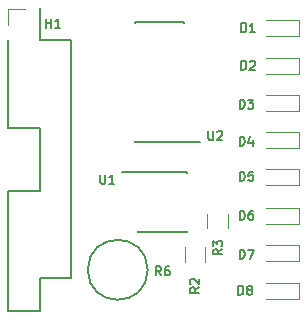
<source format=gbr>
G04 #@! TF.FileFunction,Legend,Top*
%FSLAX46Y46*%
G04 Gerber Fmt 4.6, Leading zero omitted, Abs format (unit mm)*
G04 Created by KiCad (PCBNEW 4.0.0-rc1-stable) date 23/04/2017 15:22:08*
%MOMM*%
G01*
G04 APERTURE LIST*
%ADD10C,0.076200*%
%ADD11C,0.120000*%
%ADD12C,0.150000*%
%ADD13C,0.127000*%
G04 APERTURE END LIST*
D10*
D11*
X178939600Y-110682000D02*
X178939600Y-109282000D01*
X178939600Y-109282000D02*
X176139600Y-109282000D01*
X178939600Y-110682000D02*
X176139600Y-110682000D01*
X178939600Y-113882400D02*
X178939600Y-112482400D01*
X178939600Y-112482400D02*
X176139600Y-112482400D01*
X178939600Y-113882400D02*
X176139600Y-113882400D01*
X178939600Y-117032000D02*
X178939600Y-115632000D01*
X178939600Y-115632000D02*
X176139600Y-115632000D01*
X178939600Y-117032000D02*
X176139600Y-117032000D01*
X178939600Y-120181600D02*
X178939600Y-118781600D01*
X178939600Y-118781600D02*
X176139600Y-118781600D01*
X178939600Y-120181600D02*
X176139600Y-120181600D01*
X178939600Y-123280400D02*
X178939600Y-121880400D01*
X178939600Y-121880400D02*
X176139600Y-121880400D01*
X178939600Y-123280400D02*
X176139600Y-123280400D01*
X178939600Y-126582400D02*
X178939600Y-125182400D01*
X178939600Y-125182400D02*
X176139600Y-125182400D01*
X178939600Y-126582400D02*
X176139600Y-126582400D01*
X178939600Y-129732000D02*
X178939600Y-128332000D01*
X178939600Y-128332000D02*
X176139600Y-128332000D01*
X178939600Y-129732000D02*
X176139600Y-129732000D01*
X178939600Y-132932400D02*
X178939600Y-131532400D01*
X178939600Y-131532400D02*
X176139600Y-131532400D01*
X178939600Y-132932400D02*
X176139600Y-132932400D01*
D12*
X154305000Y-133985000D02*
X154305000Y-123825000D01*
X154305000Y-123825000D02*
X156972000Y-123825000D01*
X156972000Y-123825000D02*
X156972000Y-118491000D01*
X156972000Y-118491000D02*
X154305000Y-118491000D01*
X154305000Y-118491000D02*
X154305000Y-110998000D01*
X156972000Y-133985000D02*
X154305000Y-133985000D01*
X159639000Y-110998000D02*
X159639000Y-131191000D01*
X159639000Y-131191000D02*
X156972000Y-131191000D01*
X156972000Y-131191000D02*
X156972000Y-133985000D01*
X159632000Y-110998000D02*
X156972000Y-110998000D01*
X156972000Y-110998000D02*
X156972000Y-108331000D01*
D11*
X154312000Y-109728000D02*
X154312000Y-108338000D01*
X154312000Y-108338000D02*
X155702000Y-108338000D01*
X169236500Y-129759000D02*
X169236500Y-128559000D01*
X170996500Y-128559000D02*
X170996500Y-129759000D01*
X171141500Y-126901500D02*
X171141500Y-125701500D01*
X172901500Y-125701500D02*
X172901500Y-126901500D01*
D12*
X165311000Y-122139000D02*
X165311000Y-122189000D01*
X169461000Y-122139000D02*
X169461000Y-122284000D01*
X169461000Y-127289000D02*
X169461000Y-127144000D01*
X165311000Y-127289000D02*
X165311000Y-127144000D01*
X165311000Y-122139000D02*
X169461000Y-122139000D01*
X165311000Y-127289000D02*
X169461000Y-127289000D01*
X165311000Y-122189000D02*
X163911000Y-122189000D01*
X169207000Y-119629000D02*
X169207000Y-119604000D01*
X165057000Y-119629000D02*
X165057000Y-119524000D01*
X165057000Y-109479000D02*
X165057000Y-109584000D01*
X169207000Y-109479000D02*
X169207000Y-109584000D01*
X169207000Y-119629000D02*
X165057000Y-119629000D01*
X169207000Y-109479000D02*
X165057000Y-109479000D01*
X169207000Y-119604000D02*
X170582000Y-119604000D01*
X166116000Y-130454400D02*
G75*
G03X166116000Y-130454400I-2540000J0D01*
G01*
D13*
X174037172Y-110326714D02*
X174037172Y-109564714D01*
X174218600Y-109564714D01*
X174327457Y-109601000D01*
X174400029Y-109673571D01*
X174436314Y-109746143D01*
X174472600Y-109891286D01*
X174472600Y-110000143D01*
X174436314Y-110145286D01*
X174400029Y-110217857D01*
X174327457Y-110290429D01*
X174218600Y-110326714D01*
X174037172Y-110326714D01*
X175198314Y-110326714D02*
X174762886Y-110326714D01*
X174980600Y-110326714D02*
X174980600Y-109564714D01*
X174908029Y-109673571D01*
X174835457Y-109746143D01*
X174762886Y-109782429D01*
X174037172Y-113527114D02*
X174037172Y-112765114D01*
X174218600Y-112765114D01*
X174327457Y-112801400D01*
X174400029Y-112873971D01*
X174436314Y-112946543D01*
X174472600Y-113091686D01*
X174472600Y-113200543D01*
X174436314Y-113345686D01*
X174400029Y-113418257D01*
X174327457Y-113490829D01*
X174218600Y-113527114D01*
X174037172Y-113527114D01*
X174762886Y-112837686D02*
X174799172Y-112801400D01*
X174871743Y-112765114D01*
X175053172Y-112765114D01*
X175125743Y-112801400D01*
X175162029Y-112837686D01*
X175198314Y-112910257D01*
X175198314Y-112982829D01*
X175162029Y-113091686D01*
X174726600Y-113527114D01*
X175198314Y-113527114D01*
X173910172Y-116803714D02*
X173910172Y-116041714D01*
X174091600Y-116041714D01*
X174200457Y-116078000D01*
X174273029Y-116150571D01*
X174309314Y-116223143D01*
X174345600Y-116368286D01*
X174345600Y-116477143D01*
X174309314Y-116622286D01*
X174273029Y-116694857D01*
X174200457Y-116767429D01*
X174091600Y-116803714D01*
X173910172Y-116803714D01*
X174599600Y-116041714D02*
X175071314Y-116041714D01*
X174817314Y-116332000D01*
X174926172Y-116332000D01*
X174998743Y-116368286D01*
X175035029Y-116404571D01*
X175071314Y-116477143D01*
X175071314Y-116658571D01*
X175035029Y-116731143D01*
X174998743Y-116767429D01*
X174926172Y-116803714D01*
X174708457Y-116803714D01*
X174635886Y-116767429D01*
X174599600Y-116731143D01*
X173910172Y-119953314D02*
X173910172Y-119191314D01*
X174091600Y-119191314D01*
X174200457Y-119227600D01*
X174273029Y-119300171D01*
X174309314Y-119372743D01*
X174345600Y-119517886D01*
X174345600Y-119626743D01*
X174309314Y-119771886D01*
X174273029Y-119844457D01*
X174200457Y-119917029D01*
X174091600Y-119953314D01*
X173910172Y-119953314D01*
X174998743Y-119445314D02*
X174998743Y-119953314D01*
X174817314Y-119155029D02*
X174635886Y-119699314D01*
X175107600Y-119699314D01*
X173910172Y-122925114D02*
X173910172Y-122163114D01*
X174091600Y-122163114D01*
X174200457Y-122199400D01*
X174273029Y-122271971D01*
X174309314Y-122344543D01*
X174345600Y-122489686D01*
X174345600Y-122598543D01*
X174309314Y-122743686D01*
X174273029Y-122816257D01*
X174200457Y-122888829D01*
X174091600Y-122925114D01*
X173910172Y-122925114D01*
X175035029Y-122163114D02*
X174672172Y-122163114D01*
X174635886Y-122525971D01*
X174672172Y-122489686D01*
X174744743Y-122453400D01*
X174926172Y-122453400D01*
X174998743Y-122489686D01*
X175035029Y-122525971D01*
X175071314Y-122598543D01*
X175071314Y-122779971D01*
X175035029Y-122852543D01*
X174998743Y-122888829D01*
X174926172Y-122925114D01*
X174744743Y-122925114D01*
X174672172Y-122888829D01*
X174635886Y-122852543D01*
X173910172Y-126227114D02*
X173910172Y-125465114D01*
X174091600Y-125465114D01*
X174200457Y-125501400D01*
X174273029Y-125573971D01*
X174309314Y-125646543D01*
X174345600Y-125791686D01*
X174345600Y-125900543D01*
X174309314Y-126045686D01*
X174273029Y-126118257D01*
X174200457Y-126190829D01*
X174091600Y-126227114D01*
X173910172Y-126227114D01*
X174998743Y-125465114D02*
X174853600Y-125465114D01*
X174781029Y-125501400D01*
X174744743Y-125537686D01*
X174672172Y-125646543D01*
X174635886Y-125791686D01*
X174635886Y-126081971D01*
X174672172Y-126154543D01*
X174708457Y-126190829D01*
X174781029Y-126227114D01*
X174926172Y-126227114D01*
X174998743Y-126190829D01*
X175035029Y-126154543D01*
X175071314Y-126081971D01*
X175071314Y-125900543D01*
X175035029Y-125827971D01*
X174998743Y-125791686D01*
X174926172Y-125755400D01*
X174781029Y-125755400D01*
X174708457Y-125791686D01*
X174672172Y-125827971D01*
X174635886Y-125900543D01*
X173910172Y-129503714D02*
X173910172Y-128741714D01*
X174091600Y-128741714D01*
X174200457Y-128778000D01*
X174273029Y-128850571D01*
X174309314Y-128923143D01*
X174345600Y-129068286D01*
X174345600Y-129177143D01*
X174309314Y-129322286D01*
X174273029Y-129394857D01*
X174200457Y-129467429D01*
X174091600Y-129503714D01*
X173910172Y-129503714D01*
X174599600Y-128741714D02*
X175107600Y-128741714D01*
X174781029Y-129503714D01*
X173783172Y-132577114D02*
X173783172Y-131815114D01*
X173964600Y-131815114D01*
X174073457Y-131851400D01*
X174146029Y-131923971D01*
X174182314Y-131996543D01*
X174218600Y-132141686D01*
X174218600Y-132250543D01*
X174182314Y-132395686D01*
X174146029Y-132468257D01*
X174073457Y-132540829D01*
X173964600Y-132577114D01*
X173783172Y-132577114D01*
X174654029Y-132141686D02*
X174581457Y-132105400D01*
X174545172Y-132069114D01*
X174508886Y-131996543D01*
X174508886Y-131960257D01*
X174545172Y-131887686D01*
X174581457Y-131851400D01*
X174654029Y-131815114D01*
X174799172Y-131815114D01*
X174871743Y-131851400D01*
X174908029Y-131887686D01*
X174944314Y-131960257D01*
X174944314Y-131996543D01*
X174908029Y-132069114D01*
X174871743Y-132105400D01*
X174799172Y-132141686D01*
X174654029Y-132141686D01*
X174581457Y-132177971D01*
X174545172Y-132214257D01*
X174508886Y-132286829D01*
X174508886Y-132431971D01*
X174545172Y-132504543D01*
X174581457Y-132540829D01*
X174654029Y-132577114D01*
X174799172Y-132577114D01*
X174871743Y-132540829D01*
X174908029Y-132504543D01*
X174944314Y-132431971D01*
X174944314Y-132286829D01*
X174908029Y-132214257D01*
X174871743Y-132177971D01*
X174799172Y-132141686D01*
X157534429Y-109945714D02*
X157534429Y-109183714D01*
X157534429Y-109546571D02*
X157969857Y-109546571D01*
X157969857Y-109945714D02*
X157969857Y-109183714D01*
X158731857Y-109945714D02*
X158296429Y-109945714D01*
X158514143Y-109945714D02*
X158514143Y-109183714D01*
X158441572Y-109292571D01*
X158369000Y-109365143D01*
X158296429Y-109401429D01*
X170461214Y-131953000D02*
X170098357Y-132207000D01*
X170461214Y-132388428D02*
X169699214Y-132388428D01*
X169699214Y-132098143D01*
X169735500Y-132025571D01*
X169771786Y-131989286D01*
X169844357Y-131953000D01*
X169953214Y-131953000D01*
X170025786Y-131989286D01*
X170062071Y-132025571D01*
X170098357Y-132098143D01*
X170098357Y-132388428D01*
X169771786Y-131662714D02*
X169735500Y-131626428D01*
X169699214Y-131553857D01*
X169699214Y-131372428D01*
X169735500Y-131299857D01*
X169771786Y-131263571D01*
X169844357Y-131227286D01*
X169916929Y-131227286D01*
X170025786Y-131263571D01*
X170461214Y-131699000D01*
X170461214Y-131227286D01*
X172429714Y-128714500D02*
X172066857Y-128968500D01*
X172429714Y-129149928D02*
X171667714Y-129149928D01*
X171667714Y-128859643D01*
X171704000Y-128787071D01*
X171740286Y-128750786D01*
X171812857Y-128714500D01*
X171921714Y-128714500D01*
X171994286Y-128750786D01*
X172030571Y-128787071D01*
X172066857Y-128859643D01*
X172066857Y-129149928D01*
X171667714Y-128460500D02*
X171667714Y-127988786D01*
X171958000Y-128242786D01*
X171958000Y-128133928D01*
X171994286Y-128061357D01*
X172030571Y-128025071D01*
X172103143Y-127988786D01*
X172284571Y-127988786D01*
X172357143Y-128025071D01*
X172393429Y-128061357D01*
X172429714Y-128133928D01*
X172429714Y-128351643D01*
X172393429Y-128424214D01*
X172357143Y-128460500D01*
X162106429Y-122391714D02*
X162106429Y-123008571D01*
X162142714Y-123081143D01*
X162179000Y-123117429D01*
X162251571Y-123153714D01*
X162396714Y-123153714D01*
X162469286Y-123117429D01*
X162505571Y-123081143D01*
X162541857Y-123008571D01*
X162541857Y-122391714D01*
X163303857Y-123153714D02*
X162868429Y-123153714D01*
X163086143Y-123153714D02*
X163086143Y-122391714D01*
X163013572Y-122500571D01*
X162941000Y-122573143D01*
X162868429Y-122609429D01*
X171250429Y-118708714D02*
X171250429Y-119325571D01*
X171286714Y-119398143D01*
X171323000Y-119434429D01*
X171395571Y-119470714D01*
X171540714Y-119470714D01*
X171613286Y-119434429D01*
X171649571Y-119398143D01*
X171685857Y-119325571D01*
X171685857Y-118708714D01*
X172012429Y-118781286D02*
X172048715Y-118745000D01*
X172121286Y-118708714D01*
X172302715Y-118708714D01*
X172375286Y-118745000D01*
X172411572Y-118781286D01*
X172447857Y-118853857D01*
X172447857Y-118926429D01*
X172411572Y-119035286D01*
X171976143Y-119470714D01*
X172447857Y-119470714D01*
X167259000Y-130926114D02*
X167005000Y-130563257D01*
X166823572Y-130926114D02*
X166823572Y-130164114D01*
X167113857Y-130164114D01*
X167186429Y-130200400D01*
X167222714Y-130236686D01*
X167259000Y-130309257D01*
X167259000Y-130418114D01*
X167222714Y-130490686D01*
X167186429Y-130526971D01*
X167113857Y-130563257D01*
X166823572Y-130563257D01*
X167912143Y-130164114D02*
X167767000Y-130164114D01*
X167694429Y-130200400D01*
X167658143Y-130236686D01*
X167585572Y-130345543D01*
X167549286Y-130490686D01*
X167549286Y-130780971D01*
X167585572Y-130853543D01*
X167621857Y-130889829D01*
X167694429Y-130926114D01*
X167839572Y-130926114D01*
X167912143Y-130889829D01*
X167948429Y-130853543D01*
X167984714Y-130780971D01*
X167984714Y-130599543D01*
X167948429Y-130526971D01*
X167912143Y-130490686D01*
X167839572Y-130454400D01*
X167694429Y-130454400D01*
X167621857Y-130490686D01*
X167585572Y-130526971D01*
X167549286Y-130599543D01*
M02*

</source>
